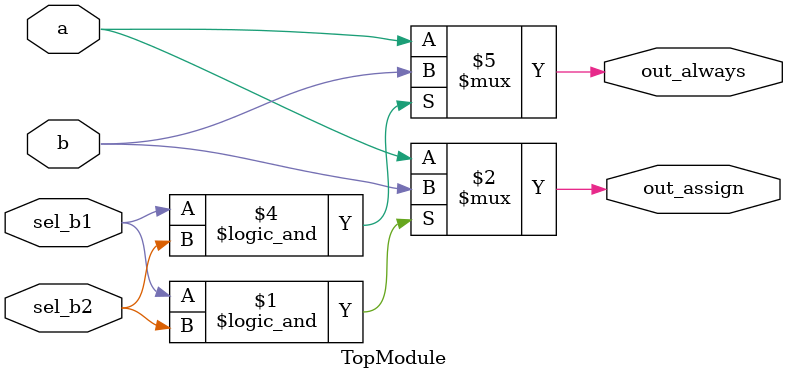
<source format=sv>


module TopModule (
  input a,
  input b,
  input sel_b1,
  input sel_b2,
  output out_assign,
  output reg out_always
);

assign out_assign = (sel_b1 && sel_b2) ? b : a;

always @(*) begin
    out_always = (sel_b1 && sel_b2) ? b : a;
end

endmodule

</source>
